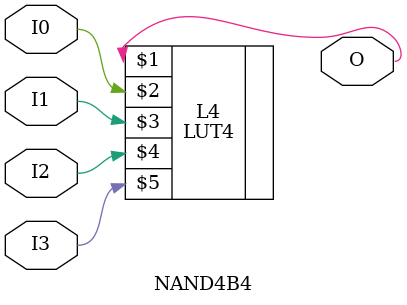
<source format=v>


`timescale  1 ps / 1 ps


module NAND4B4 (O, I0, I1, I2, I3);

    output O;

    input  I0, I1, I2, I3;

    LUT4 #(.INIT(16'hFFFE)) L4 (O, I0, I1, I2, I3);

endmodule

</source>
